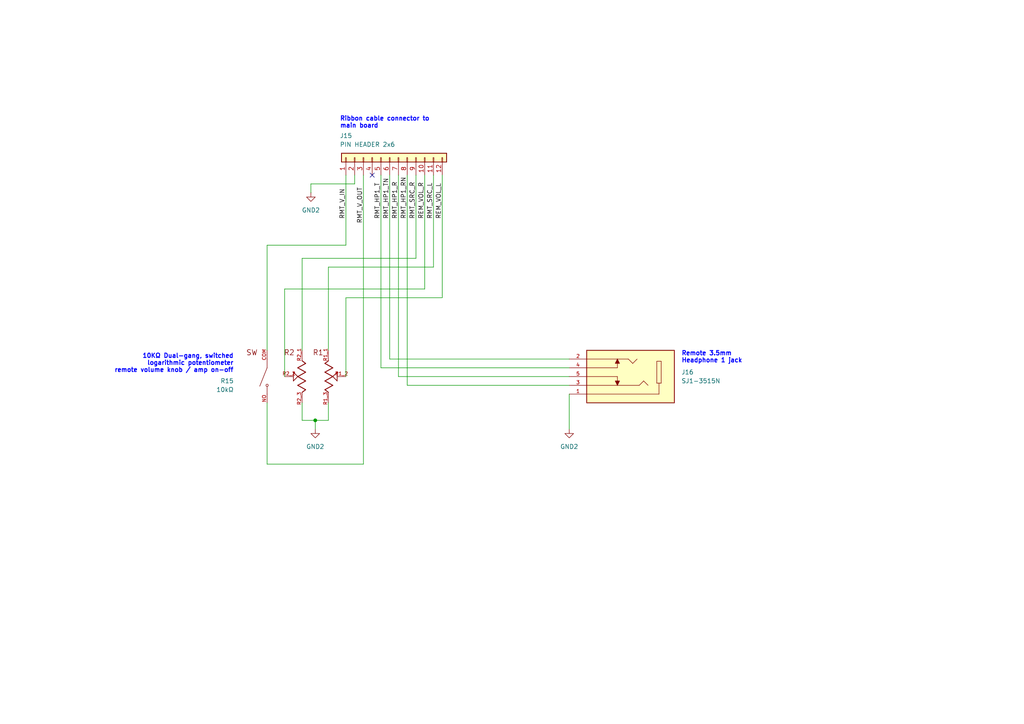
<source format=kicad_sch>
(kicad_sch (version 20250114) (generator "eeschema") (generator_version "9.0")
  (paper "A4")
  (title_block (title "Apple 2 Audio Helper (daughterboard)") (date "2026-01-24") (rev "0.8") (company "Northwest Retroventures") (comment 2 "so those components can instead mount flush against angled base of Apple 2 case.") (comment 3 "Use this instead of populating volume knob and headphone jack 1 on main board") (comment 4 "Optional daughterboard connected via ribbon cable."))
  (lib_symbols
    (symbol "Connector_Generic:Conn_01x12" (pin_names (offset 1.016) (hide yes))
      (property "Reference" "J" (at 0 15.24 0))
      (property "Value" "Conn_01x12" (at 0 -17.78 0))
      (symbol "Conn_01x12_1_1"
        (rectangle (start -1.27 13.97) (end 1.27 -16.51) (stroke (width 0.254)) (fill (type background)))
        (rectangle (start -1.27 12.827) (end 0 12.573) (stroke (width 0.1524)))
        (rectangle (start -1.27 10.287) (end 0 10.033) (stroke (width 0.1524)))
        (rectangle (start -1.27 7.747) (end 0 7.493) (stroke (width 0.1524)))
        (rectangle (start -1.27 5.207) (end 0 4.953) (stroke (width 0.1524)))
        (rectangle (start -1.27 2.667) (end 0 2.413) (stroke (width 0.1524)))
        (rectangle (start -1.27 0.127) (end 0 -0.127) (stroke (width 0.1524)))
        (rectangle (start -1.27 -2.413) (end 0 -2.667) (stroke (width 0.1524)))
        (rectangle (start -1.27 -4.953) (end 0 -5.207) (stroke (width 0.1524)))
        (rectangle (start -1.27 -7.493) (end 0 -7.747) (stroke (width 0.1524)))
        (rectangle (start -1.27 -10.033) (end 0 -10.287) (stroke (width 0.1524)))
        (rectangle (start -1.27 -12.573) (end 0 -12.827) (stroke (width 0.1524)))
        (rectangle (start -1.27 -15.113) (end 0 -15.367) (stroke (width 0.1524)))
        (pin passive line (at -5.08 12.7 0) (length 3.81) (name "Pin_1") (number "1"))
        (pin passive line (at -5.08 10.16 0) (length 3.81) (name "Pin_2") (number "2"))
        (pin passive line (at -5.08 7.62 0) (length 3.81) (name "Pin_3") (number "3"))
        (pin passive line (at -5.08 5.08 0) (length 3.81) (name "Pin_4") (number "4"))
        (pin passive line (at -5.08 2.54 0) (length 3.81) (name "Pin_5") (number "5"))
        (pin passive line (at -5.08 0 0) (length 3.81) (name "Pin_6") (number "6"))
        (pin passive line (at -5.08 -2.54 0) (length 3.81) (name "Pin_7") (number "7"))
        (pin passive line (at -5.08 -5.08 0) (length 3.81) (name "Pin_8") (number "8"))
        (pin passive line (at -5.08 -7.62 0) (length 3.81) (name "Pin_9") (number "9"))
        (pin passive line (at -5.08 -10.16 0) (length 3.81) (name "Pin_10") (number "10"))
        (pin passive line (at -5.08 -12.7 0) (length 3.81) (name "Pin_11") (number "11"))
        (pin passive line (at -5.08 -15.24 0) (length 3.81) (name "Pin_12") (number "12"))
      )
    )
    (symbol "PTR902-1020K-A502:PTR902-1020K-A502" (pin_names (offset 1.016))
      (property "Reference" "R" (at -22.86 2.54 0))
      (property "Value" "PTR902-1020K-A502" (at -22.86 0 0))
      (symbol "PTR902-1020K-A502_0_0"
        (polyline (pts (xy -10.16 5.08) (xy -10.16 2.921)) (stroke (width 0.1524)))
        (circle (center -10.16 2.54) (radius 0.3302) (stroke (width 0.1524)))
        (polyline (pts (xy -10.16 -2.54) (xy -12.2936 2.794)) (stroke (width 0.1524)))
        (polyline (pts (xy -10.16 -2.54) (xy -10.16 -5.08)) (stroke (width 0.1524)))
        (polyline (pts (xy -2.54 1.27) (xy -1.27 0)) (stroke (width 0.2032)))
        (polyline (pts (xy -2.54 -1.27) (xy -2.54 1.27)) (stroke (width 0.2032)))
        (polyline (pts (xy -1.27 2.54) (xy 1.016 1.27)) (stroke (width 0.254)))
        (polyline (pts (xy -1.27 0) (xy -2.54 -1.27)) (stroke (width 0.2032)))
        (polyline (pts (xy -1.27 0) (xy 1.016 -1.27)) (stroke (width 0.254)))
        (polyline (pts (xy -1.27 -2.54) (xy 1.016 -3.81)) (stroke (width 0.254)))
        (polyline (pts (xy 0 5.08) (xy 0 4.572)) (stroke (width 0.1524)))
        (polyline (pts (xy 0 4.572) (xy 1.016 3.81)) (stroke (width 0.254)))
        (polyline (pts (xy 0 -4.572) (xy 0 -5.08)) (stroke (width 0.1524)))
        (polyline (pts (xy 1.016 3.81) (xy -1.27 2.54)) (stroke (width 0.254)))
        (polyline (pts (xy 1.016 1.27) (xy -1.27 0)) (stroke (width 0.254)))
        (polyline (pts (xy 1.016 -1.27) (xy -1.27 -2.54)) (stroke (width 0.254)))
        (polyline (pts (xy 1.016 -3.81) (xy 0 -4.572)) (stroke (width 0.254)))
        (polyline (pts (xy 6.604 3.81) (xy 8.89 2.54)) (stroke (width 0.254)))
        (polyline (pts (xy 6.604 1.27) (xy 8.89 0)) (stroke (width 0.254)))
        (polyline (pts (xy 6.604 -1.27) (xy 8.89 -2.54)) (stroke (width 0.254)))
        (polyline (pts (xy 6.604 -3.81) (xy 7.62 -4.572)) (stroke (width 0.254)))
        (polyline (pts (xy 7.62 5.08) (xy 7.62 4.572)) (stroke (width 0.1524)))
        (polyline (pts (xy 7.62 4.572) (xy 6.604 3.81)) (stroke (width 0.254)))
        (polyline (pts (xy 7.62 -4.572) (xy 7.62 -5.08)) (stroke (width 0.1524)))
        (polyline (pts (xy 8.89 2.54) (xy 6.604 1.27)) (stroke (width 0.254)))
        (polyline (pts (xy 8.89 0) (xy 6.604 -1.27)) (stroke (width 0.254)))
        (polyline (pts (xy 8.89 0) (xy 10.16 -1.27)) (stroke (width 0.2032)))
        (polyline (pts (xy 8.89 -2.54) (xy 6.604 -3.81)) (stroke (width 0.254)))
        (polyline (pts (xy 10.16 1.27) (xy 8.89 0)) (stroke (width 0.2032)))
        (polyline (pts (xy 10.16 -1.27) (xy 10.16 1.27)) (stroke (width 0.2032)))
        (text "SW" (at -16.256 -7.874 0) (effects (font (size 1.524 1.524)) (justify left bottom)))
        (text "R2" (at -5.334 -7.874 0) (effects (font (size 1.524 1.524)) (justify left bottom)))
        (text "R1" (at 3.048 -7.874 0) (effects (font (size 1.524 1.524)) (justify left bottom)))
        (pin passive line (at -10.16 7.62 270) (length 2.54) (name "~") (number "NO"))
        (pin passive line (at -10.16 -7.62 90) (length 2.54) (name "~") (number "COM"))
        (pin passive line (at -5.08 0 0) (length 2.54) (name "~") (number "R2_2"))
        (pin passive line (at 0 7.62 270) (length 2.54) (name "~") (number "R2_3"))
        (pin passive line (at 0 -7.62 90) (length 2.54) (name "~") (number "R2_1"))
        (pin passive line (at 7.62 7.62 270) (length 2.54) (name "~") (number "R1_3"))
        (pin passive line (at 7.62 -7.62 90) (length 2.54) (name "~") (number "R1_1"))
        (pin passive line (at 12.7 0 180) (length 2.54) (name "~") (number "R1_2"))
      )
    )
    (symbol "SJ1-3515N:SJ1-3515N" (pin_names (offset 1.016))
      (property "Reference" "J" (at -12.7166 10.1733 0))
      (property "Value" "SJ1-3515N" (at -12.7202 -12.7202 0))
      (symbol "SJ1-3515N_0_0"
        (rectangle (start -12.7 -7.62) (end 12.7 7.62) (stroke (width 0.254)) (fill (type background)))
        (polyline (pts (xy -8.89 1.905) (xy -8.89 -4.445)) (stroke (width 0.1524)))
        (polyline (pts (xy -8.89 -4.445) (xy -7.62 -4.445)) (stroke (width 0.1524)))
        (polyline (pts (xy -8.255 5.08) (xy -8.255 1.905)) (stroke (width 0.1524)))
        (polyline (pts (xy -8.255 1.905) (xy -8.89 1.905)) (stroke (width 0.1524)))
        (polyline (pts (xy -7.62 1.905) (xy -8.255 1.905)) (stroke (width 0.1524)))
        (polyline (pts (xy -7.62 -4.445) (xy -7.62 1.905)) (stroke (width 0.1524)))
        (polyline (pts (xy -3.81 1.27) (xy -5.08 2.54)) (stroke (width 0.1524)))
        (polyline (pts (xy -2.54 2.54) (xy -3.81 1.27)) (stroke (width 0.1524)))
        (polyline (pts (xy -0.635 -3.81) (xy -1.905 -5.08)) (stroke (width 0.1524)))
        (polyline (pts (xy 0.635 -5.08) (xy -0.635 -3.81)) (stroke (width 0.1524)))
        (polyline (pts (xy 3.81 2.54) (xy -2.54 2.54)) (stroke (width 0.1524)))
        (polyline (pts (xy 3.81 2.54) (xy 3.175 1.27) (xy 4.445 1.27) (xy 3.81 2.54)) (stroke (width 0.1524)) (fill (type outline)))
        (polyline (pts (xy 3.81 0) (xy 3.81 2.54)) (stroke (width 0.1524)))
        (polyline (pts (xy 3.81 -2.54) (xy 3.81 -5.08)) (stroke (width 0.1524)))
        (polyline (pts (xy 3.81 -5.08) (xy 0.635 -5.08)) (stroke (width 0.1524)))
        (polyline (pts (xy 3.81 -5.08) (xy 3.175 -3.81) (xy 4.445 -3.81) (xy 3.81 -5.08)) (stroke (width 0.1524)) (fill (type outline)))
        (polyline (pts (xy 12.7 5.08) (xy -8.255 5.08)) (stroke (width 0.1524)))
        (polyline (pts (xy 12.7 2.54) (xy 3.81 2.54)) (stroke (width 0.1524)))
        (polyline (pts (xy 12.7 0) (xy 3.81 0)) (stroke (width 0.1524)))
        (polyline (pts (xy 12.7 -2.54) (xy 3.81 -2.54)) (stroke (width 0.1524)))
        (polyline (pts (xy 12.7 -5.08) (xy 3.81 -5.08)) (stroke (width 0.1524)))
        (pin passive line (at 17.78 5.08 180) (length 5.08) (name "~") (number "1"))
        (pin passive line (at 17.78 2.54 180) (length 5.08) (name "~") (number "3"))
        (pin passive line (at 17.78 0 180) (length 5.08) (name "~") (number "5"))
        (pin passive line (at 17.78 -2.54 180) (length 5.08) (name "~") (number "4"))
        (pin passive line (at 17.78 -5.08 180) (length 5.08) (name "~") (number "2"))
      )
    )
    (symbol "power:GND" (power) (pin_numbers (hide yes)) (pin_names (offset 0) (hide yes))
      (property "Value" "GND" (at 0 -3.81 0))
      (symbol "GND_0_1"
        (polyline (pts (xy 0 0) (xy 0 -1.27) (xy 1.27 -1.27) (xy 0 -2.54) (xy -1.27 -1.27) (xy 0 -1.27)))
      )
      (symbol "GND_1_1"
        (pin power_in line (at 0 0 270) (length 0) (name "~") (number "1"))
      )
    )
  )
  (text "10KΩ Dual-gang, switched\nlogarithmic potentiometer\nremote volume knob / amp on-off" (at 67.818 105.41 0) (effects (font (size 1.27 1.27) (thickness 0.254) (bold yes)) (justify right)))
  (text "Remote 3.5mm\nHeadphone 1 jack" (at 197.612 103.632 0) (effects (font (size 1.27 1.27) (thickness 0.254) (bold yes)) (justify left)))
  (text "Ribbon cable connector to\nmain board" (at 98.552 35.56 0) (effects (font (size 1.27 1.27) (thickness 0.254) (bold yes)) (justify left)))
  (junction (at 91.44 121.92))
  (no_connect (at 107.95 50.8))
  (wire (pts (xy 120.65 74.93) (xy 87.63 74.93)))
  (wire (pts (xy 77.47 116.84) (xy 77.47 134.62)))
  (wire (pts (xy 120.65 50.8) (xy 120.65 74.93)))
  (wire (pts (xy 91.44 121.92) (xy 95.25 121.92)))
  (wire (pts (xy 100.33 86.36) (xy 100.33 109.22)))
  (wire (pts (xy 87.63 121.92) (xy 91.44 121.92)))
  (wire (pts (xy 95.25 77.47) (xy 95.25 101.6)))
  (wire (pts (xy 113.03 50.8) (xy 113.03 104.14)))
  (wire (pts (xy 102.87 50.8) (xy 102.87 53.34)))
  (wire (pts (xy 123.19 83.82) (xy 82.55 83.82)))
  (wire (pts (xy 91.44 121.92) (xy 91.44 124.46)))
  (wire (pts (xy 110.49 106.68) (xy 165.1 106.68)))
  (wire (pts (xy 115.57 50.8) (xy 115.57 109.22)))
  (wire (pts (xy 118.11 50.8) (xy 118.11 111.76)))
  (wire (pts (xy 87.63 74.93) (xy 87.63 101.6)))
  (wire (pts (xy 128.27 86.36) (xy 100.33 86.36)))
  (wire (pts (xy 77.47 71.12) (xy 77.47 101.6)))
  (wire (pts (xy 125.73 50.8) (xy 125.73 77.47)))
  (wire (pts (xy 113.03 104.14) (xy 165.1 104.14)))
  (wire (pts (xy 100.33 50.8) (xy 100.33 71.12)))
  (wire (pts (xy 82.55 83.82) (xy 82.55 109.22)))
  (wire (pts (xy 125.73 77.47) (xy 95.25 77.47)))
  (wire (pts (xy 128.27 50.8) (xy 128.27 86.36)))
  (wire (pts (xy 110.49 50.8) (xy 110.49 106.68)))
  (wire (pts (xy 102.87 53.34) (xy 90.17 53.34)))
  (wire (pts (xy 87.63 121.92) (xy 87.63 116.84)))
  (wire (pts (xy 100.33 71.12) (xy 77.47 71.12)))
  (wire (pts (xy 90.17 53.34) (xy 90.17 55.88)))
  (wire (pts (xy 118.11 111.76) (xy 165.1 111.76)))
  (wire (pts (xy 105.41 50.8) (xy 105.41 134.62)))
  (wire (pts (xy 165.1 114.3) (xy 165.1 124.46)))
  (wire (pts (xy 105.41 134.62) (xy 77.47 134.62)))
  (wire (pts (xy 123.19 50.8) (xy 123.19 83.82)))
  (wire (pts (xy 115.57 109.22) (xy 165.1 109.22)))
  (wire (pts (xy 95.25 121.92) (xy 95.25 116.84)))
  (label "RMT_HP1_R" (at 115.57 63.5 90))
  (label "RMT_V_IN" (at 100.33 63.5 90))
  (label "RMT_SRC_L" (at 125.73 63.5 90))
  (label "RMT_SRC_R" (at 120.65 63.5 90))
  (label "RMT_HP1_TN" (at 113.03 63.5 90))
  (label "REM_VOL_L" (at 128.27 63.5 90))
  (label "RMT_HP1_RN" (at 118.11 63.5 90))
  (label "RMT_V_OUT" (at 105.41 64.77 90))
  (label "REM_VOL_R" (at 123.19 63.5 90))
  (label "RMT_HP1_T" (at 110.49 63.5 90))
  (symbol (lib_id "PTR902-1020K-A502:PTR902-1020K-A502") (at 87.63 109.22 0) (mirror x) (unit 1)
    (property "Reference" "R15" (at 67.818 110.49 0) (effects (justify right)))
    (property "Value" "10kΩ" (at 67.818 113.03 0) (effects (justify right)))
    (property "Footprint" "PTR902-1020K-A502:TRIM_PTR902-1020K-A502" (effects (hide yes)))
    (property "MF" "Bourns" (effects (hide yes)))
    (property "MAXIMUM_PACKAGE_HEIGHT" "11.9mm" (effects (hide yes)))
    (property "Package" "None" (effects (hide yes)))
    (property "Price" "None" (effects (hide yes)))
    (property "Check_prices" "https://www.snapeda.com/parts/PTR902-1020K-A502/Bourns/view-part/?ref=eda" (effects (hide yes)))
    (property "STANDARD" "Manufacturer Recommendations" (effects (hide yes)))
    (property "PARTREV" "10/19" (effects (hide yes)))
    (property "SnapEDA_Link" "https://www.snapeda.com/parts/PTR902-1020K-A502/Bourns/view-part/?ref=snap" (effects (hide yes)))
    (property "MP" "PTR902-1020K-A502" (effects (hide yes)))
    (property "Purchase-URL" "https://www.snapeda.com/api/url_track_click_mouser/?unipart_id=1443834&manufacturer=Bourns&part_name=PTR902-1020K-A502&search_term=None" (effects (hide yes)))
    (property "Description_1" "5k Ohm 2 Gang Logarithmic Panel Mount Potentiometer Rotary, SPST 1.0 Kierros Carbon 0.025W, 1/40W PC Pins, Board Locks" (effects (hide yes)))
    (property "Availability" "In Stock" (effects (hide yes)))
    (property "MANUFACTURER" "Bourns" (effects (hide yes)))
  )
  (symbol (lib_id "power:GND") (at 90.17 55.88 0) (unit 1)
    (property "Reference" "#PWR014" (effects (hide yes)))
    (property "Value" "GND2" (at 90.17 60.96 0))
    (property "Description" "Power symbol creates a global label with name \"GND\" , ground" (effects (hide yes)))
  )
  (symbol (lib_id "SJ1-3515N:SJ1-3515N") (at 182.88 109.22 180) (unit 1)
    (property "Reference" "J16" (at 197.612 107.95 0) (effects (justify right)))
    (property "Value" "SJ1-3515N" (at 197.612 110.49 0) (effects (justify right)))
    (property "Footprint" "SJ1-3515N:CUI_SJ1-3515N" (effects (hide yes)))
    (property "MF" "Same Sky" (effects (hide yes)))
    (property "Description_1" "3.5 mm, Stereo, Right Angle, Through Hole, 3 Conductors, 2 Internal Switches, Audio Jack Connector" (effects (hide yes)))
    (property "Package" "None" (effects (hide yes)))
    (property "Price" "None" (effects (hide yes)))
    (property "Check_prices" "https://www.snapeda.com/parts/SJ1-3515N/Same+Sky/view-part/?ref=eda" (effects (hide yes)))
    (property "STANDARD" "Manufacturer recommendation" (effects (hide yes)))
    (property "PARTREV" "1.03" (effects (hide yes)))
    (property "SnapEDA_Link" "https://www.snapeda.com/parts/SJ1-3515N/Same+Sky/view-part/?ref=snap" (effects (hide yes)))
    (property "MP" "SJ1-3515N" (effects (hide yes)))
    (property "Availability" "In Stock" (effects (hide yes)))
    (property "MANUFACTURER" "CUI" (effects (hide yes)))
  )
  (symbol (lib_id "power:GND") (at 165.1 124.46 0) (unit 1)
    (property "Reference" "#PWR015" (effects (hide yes)))
    (property "Value" "GND2" (at 165.1 129.54 0))
    (property "Description" "Power symbol creates a global label with name \"GND\" , ground" (effects (hide yes)))
  )
  (symbol (lib_id "Connector_Generic:Conn_01x12") (at 113.03 45.72 90) (unit 1)
    (property "Reference" "J15" (at 98.552 39.37 90) (effects (justify right)))
    (property "Value" "PIN HEADER 2x6" (at 98.552 41.91 90) (effects (justify right)))
    (property "Footprint" "Connector_PinSocket_2.00mm:PinSocket_2x06_P2.00mm_Vertical" (effects (hide yes)))
    (property "Description" "Generic connector, single row, 01x12, script generated (kicad-library-utils/schlib/autogen/connector/)" (effects (hide yes)))
  )
  (symbol (lib_id "power:GND") (at 91.44 124.46 0) (unit 1)
    (property "Reference" "#PWR013" (effects (hide yes)))
    (property "Value" "GND2" (at 91.44 129.54 0))
    (property "Description" "Power symbol creates a global label with name \"GND\" , ground" (effects (hide yes)))
  )
)
</source>
